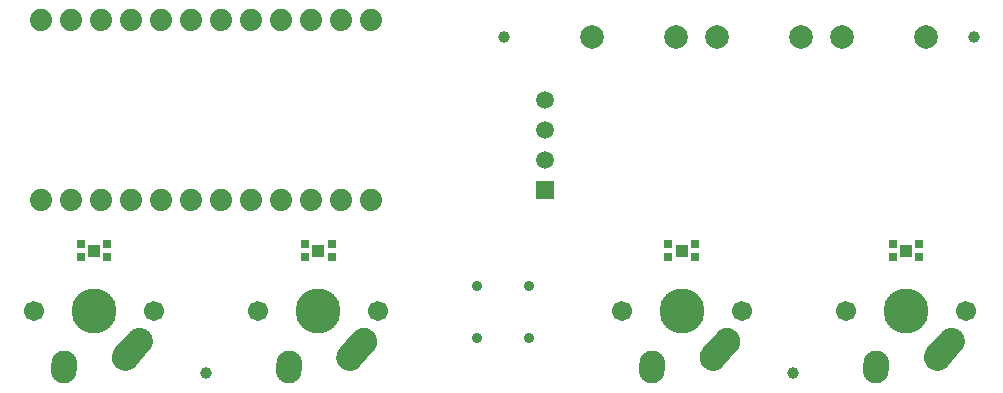
<source format=gbs>
G04 Layer_Color=16711935*
%FSLAX25Y25*%
%MOIN*%
G70*
G01*
G75*
%ADD12C,0.05905*%
%ADD13R,0.05905X0.05905*%
%ADD14C,0.07874*%
%ADD15C,0.07400*%
G04:AMPARAMS|DCode=16|XSize=108.9mil|YSize=86mil|CornerRadius=0mil|HoleSize=0mil|Usage=FLASHONLY|Rotation=86.000|XOffset=0mil|YOffset=0mil|HoleType=Round|Shape=Round|*
%AMOVALD16*
21,1,0.02290,0.08600,0.00000,0.00000,86.0*
1,1,0.08600,-0.00080,-0.01142*
1,1,0.08600,0.00080,0.01142*
%
%ADD16OVALD16*%

%ADD17C,0.08600*%
%ADD18C,0.06700*%
%ADD19C,0.15000*%
%ADD20R,0.03937X0.03937*%
%ADD21C,0.03937*%
%ADD22C,0.03543*%
%ADD24R,0.02756X0.02756*%
G36*
X262432Y175539D02*
X262655Y175524D01*
X262878Y175498D01*
X263099Y175460D01*
X263318Y175412D01*
X263535Y175353D01*
X263748Y175283D01*
X263958Y175203D01*
X264163Y175112D01*
X264363Y175011D01*
X264559Y174900D01*
X264748Y174780D01*
X264931Y174650D01*
X265107Y174512D01*
X265277Y174365D01*
X265439Y174209D01*
X265592Y174046D01*
X265738Y173875D01*
X265875Y173697D01*
X266002Y173513D01*
X266121Y173322D01*
X266230Y173126D01*
X266329Y172924D01*
X266417Y172718D01*
X266496Y172508D01*
X266563Y172294D01*
X266620Y172077D01*
X266667Y171858D01*
X266702Y171636D01*
X266726Y171413D01*
X266738Y171189D01*
X266740Y170965D01*
X266731Y170740D01*
X266710Y170517D01*
X266678Y170295D01*
X266635Y170075D01*
X266582Y169857D01*
X266517Y169642D01*
X266442Y169430D01*
X266356Y169223D01*
X266261Y169020D01*
X266155Y168822D01*
X266039Y168630D01*
X265914Y168444D01*
X265780Y168264D01*
X265637Y168091D01*
X261045Y162808D01*
X260893Y162642D01*
X260734Y162484D01*
X260567Y162335D01*
X260392Y162193D01*
X260211Y162061D01*
X260023Y161938D01*
X259830Y161824D01*
X259631Y161721D01*
X259427Y161627D01*
X259219Y161543D01*
X259007Y161470D01*
X258791Y161408D01*
X258573Y161356D01*
X258352Y161316D01*
X258130Y161286D01*
X257906Y161267D01*
X257682Y161260D01*
X257458Y161264D01*
X257234Y161279D01*
X257011Y161305D01*
X256790Y161343D01*
X256571Y161391D01*
X256354Y161450D01*
X256141Y161520D01*
X255931Y161600D01*
X255726Y161691D01*
X255526Y161792D01*
X255331Y161903D01*
X255141Y162023D01*
X254958Y162153D01*
X254782Y162291D01*
X254612Y162439D01*
X254451Y162594D01*
X254297Y162757D01*
X254151Y162928D01*
X254014Y163106D01*
X253887Y163290D01*
X253768Y163481D01*
X253660Y163677D01*
X253561Y163879D01*
X253472Y164085D01*
X253394Y164295D01*
X253326Y164509D01*
X253269Y164726D01*
X253223Y164945D01*
X253188Y165167D01*
X253164Y165390D01*
X253151Y165614D01*
X253149Y165839D01*
X253159Y166063D01*
X253179Y166286D01*
X253211Y166508D01*
X253254Y166729D01*
X253308Y166946D01*
X253372Y167161D01*
X253447Y167373D01*
X253533Y167580D01*
X253629Y167783D01*
X253735Y167981D01*
X253850Y168173D01*
X253975Y168359D01*
X254109Y168539D01*
X254252Y168712D01*
X258845Y173995D01*
X258996Y174161D01*
X259155Y174319D01*
X259323Y174469D01*
X259497Y174610D01*
X259678Y174742D01*
X259866Y174865D01*
X260059Y174979D01*
X260258Y175083D01*
X260462Y175177D01*
X260670Y175260D01*
X260882Y175333D01*
X261098Y175396D01*
X261316Y175447D01*
X261537Y175488D01*
X261759Y175517D01*
X261983Y175536D01*
X262207Y175543D01*
X262432Y175539D01*
D02*
G37*
G36*
X187628D02*
X187852Y175524D01*
X188075Y175498D01*
X188296Y175460D01*
X188515Y175412D01*
X188732Y175353D01*
X188945Y175283D01*
X189155Y175203D01*
X189360Y175112D01*
X189560Y175011D01*
X189755Y174900D01*
X189945Y174780D01*
X190128Y174650D01*
X190304Y174512D01*
X190474Y174365D01*
X190636Y174209D01*
X190789Y174046D01*
X190935Y173875D01*
X191072Y173697D01*
X191199Y173513D01*
X191318Y173322D01*
X191427Y173126D01*
X191525Y172924D01*
X191614Y172718D01*
X191692Y172508D01*
X191760Y172294D01*
X191817Y172077D01*
X191863Y171858D01*
X191899Y171636D01*
X191922Y171413D01*
X191935Y171189D01*
X191937Y170965D01*
X191928Y170740D01*
X191907Y170517D01*
X191875Y170295D01*
X191832Y170075D01*
X191779Y169857D01*
X191714Y169642D01*
X191639Y169430D01*
X191553Y169223D01*
X191457Y169020D01*
X191351Y168822D01*
X191236Y168630D01*
X191111Y168444D01*
X190977Y168264D01*
X190834Y168091D01*
X186241Y162808D01*
X186090Y162642D01*
X185931Y162484D01*
X185764Y162335D01*
X185589Y162193D01*
X185408Y162061D01*
X185220Y161938D01*
X185027Y161824D01*
X184828Y161721D01*
X184624Y161627D01*
X184416Y161543D01*
X184204Y161470D01*
X183988Y161408D01*
X183770Y161356D01*
X183549Y161316D01*
X183327Y161286D01*
X183103Y161267D01*
X182879Y161260D01*
X182655Y161264D01*
X182431Y161279D01*
X182208Y161305D01*
X181987Y161343D01*
X181768Y161391D01*
X181551Y161450D01*
X181338Y161520D01*
X181128Y161600D01*
X180923Y161691D01*
X180723Y161792D01*
X180528Y161903D01*
X180338Y162023D01*
X180155Y162153D01*
X179979Y162291D01*
X179809Y162439D01*
X179648Y162594D01*
X179494Y162757D01*
X179348Y162928D01*
X179211Y163106D01*
X179084Y163290D01*
X178965Y163481D01*
X178856Y163677D01*
X178758Y163879D01*
X178669Y164085D01*
X178591Y164295D01*
X178523Y164509D01*
X178466Y164726D01*
X178420Y164945D01*
X178384Y165167D01*
X178360Y165390D01*
X178348Y165614D01*
X178346Y165839D01*
X178356Y166063D01*
X178376Y166286D01*
X178408Y166508D01*
X178451Y166729D01*
X178505Y166946D01*
X178569Y167161D01*
X178644Y167373D01*
X178730Y167580D01*
X178826Y167783D01*
X178931Y167981D01*
X179047Y168173D01*
X179172Y168359D01*
X179306Y168539D01*
X179449Y168712D01*
X184042Y173995D01*
X184193Y174161D01*
X184352Y174319D01*
X184519Y174469D01*
X184694Y174610D01*
X184875Y174742D01*
X185063Y174865D01*
X185256Y174979D01*
X185455Y175083D01*
X185659Y175177D01*
X185867Y175260D01*
X186079Y175333D01*
X186295Y175396D01*
X186513Y175447D01*
X186734Y175488D01*
X186956Y175517D01*
X187180Y175536D01*
X187404Y175543D01*
X187628Y175539D01*
D02*
G37*
G36*
X458298D02*
X458522Y175524D01*
X458744Y175498D01*
X458966Y175460D01*
X459185Y175412D01*
X459401Y175353D01*
X459614Y175283D01*
X459824Y175203D01*
X460029Y175112D01*
X460229Y175011D01*
X460425Y174900D01*
X460614Y174780D01*
X460797Y174650D01*
X460974Y174512D01*
X461143Y174365D01*
X461305Y174209D01*
X461459Y174046D01*
X461604Y173875D01*
X461741Y173697D01*
X461869Y173513D01*
X461987Y173322D01*
X462096Y173126D01*
X462195Y172924D01*
X462284Y172718D01*
X462362Y172508D01*
X462430Y172294D01*
X462487Y172077D01*
X462533Y171858D01*
X462568Y171636D01*
X462592Y171413D01*
X462605Y171189D01*
X462606Y170965D01*
X462597Y170740D01*
X462576Y170517D01*
X462544Y170295D01*
X462501Y170075D01*
X462448Y169857D01*
X462383Y169642D01*
X462308Y169430D01*
X462222Y169223D01*
X462127Y169020D01*
X462021Y168822D01*
X461905Y168630D01*
X461780Y168444D01*
X461646Y168264D01*
X461503Y168091D01*
X456911Y162808D01*
X456759Y162642D01*
X456600Y162484D01*
X456433Y162335D01*
X456258Y162193D01*
X456077Y162061D01*
X455890Y161938D01*
X455696Y161824D01*
X455497Y161721D01*
X455294Y161627D01*
X455085Y161543D01*
X454873Y161470D01*
X454658Y161408D01*
X454439Y161356D01*
X454219Y161316D01*
X453996Y161286D01*
X453772Y161267D01*
X453548Y161260D01*
X453324Y161264D01*
X453100Y161279D01*
X452877Y161305D01*
X452656Y161343D01*
X452437Y161391D01*
X452220Y161450D01*
X452007Y161520D01*
X451798Y161600D01*
X451592Y161691D01*
X451392Y161792D01*
X451197Y161903D01*
X451008Y162023D01*
X450824Y162153D01*
X450648Y162291D01*
X450479Y162439D01*
X450317Y162594D01*
X450163Y162757D01*
X450017Y162928D01*
X449881Y163106D01*
X449753Y163290D01*
X449634Y163481D01*
X449526Y163677D01*
X449427Y163879D01*
X449338Y164085D01*
X449260Y164295D01*
X449192Y164509D01*
X449135Y164726D01*
X449089Y164945D01*
X449054Y165167D01*
X449030Y165390D01*
X449017Y165614D01*
X449015Y165839D01*
X449025Y166063D01*
X449046Y166286D01*
X449077Y166508D01*
X449120Y166729D01*
X449174Y166946D01*
X449238Y167161D01*
X449313Y167373D01*
X449399Y167580D01*
X449495Y167783D01*
X449601Y167981D01*
X449716Y168173D01*
X449841Y168359D01*
X449975Y168539D01*
X450118Y168712D01*
X454711Y173995D01*
X454862Y174161D01*
X455022Y174319D01*
X455189Y174469D01*
X455363Y174610D01*
X455544Y174742D01*
X455732Y174865D01*
X455925Y174979D01*
X456124Y175083D01*
X456328Y175177D01*
X456536Y175260D01*
X456748Y175333D01*
X456964Y175396D01*
X457182Y175447D01*
X457403Y175488D01*
X457625Y175517D01*
X457849Y175536D01*
X458073Y175543D01*
X458298Y175539D01*
D02*
G37*
G36*
X383494D02*
X383718Y175524D01*
X383941Y175498D01*
X384162Y175460D01*
X384382Y175412D01*
X384598Y175353D01*
X384811Y175283D01*
X385021Y175203D01*
X385226Y175112D01*
X385426Y175011D01*
X385622Y174900D01*
X385811Y174780D01*
X385994Y174650D01*
X386171Y174512D01*
X386340Y174365D01*
X386502Y174209D01*
X386655Y174046D01*
X386801Y173875D01*
X386938Y173697D01*
X387066Y173513D01*
X387184Y173322D01*
X387293Y173126D01*
X387392Y172924D01*
X387480Y172718D01*
X387559Y172508D01*
X387626Y172294D01*
X387683Y172077D01*
X387730Y171858D01*
X387765Y171636D01*
X387789Y171413D01*
X387801Y171189D01*
X387803Y170965D01*
X387794Y170740D01*
X387773Y170517D01*
X387741Y170295D01*
X387698Y170075D01*
X387645Y169857D01*
X387580Y169642D01*
X387505Y169430D01*
X387419Y169223D01*
X387323Y169020D01*
X387218Y168822D01*
X387102Y168630D01*
X386977Y168444D01*
X386843Y168264D01*
X386700Y168091D01*
X382108Y162808D01*
X381956Y162642D01*
X381797Y162484D01*
X381630Y162335D01*
X381455Y162193D01*
X381274Y162061D01*
X381086Y161938D01*
X380893Y161824D01*
X380694Y161721D01*
X380490Y161627D01*
X380282Y161543D01*
X380070Y161470D01*
X379854Y161408D01*
X379636Y161356D01*
X379415Y161316D01*
X379193Y161286D01*
X378969Y161267D01*
X378745Y161260D01*
X378521Y161264D01*
X378297Y161279D01*
X378074Y161305D01*
X377853Y161343D01*
X377634Y161391D01*
X377417Y161450D01*
X377204Y161520D01*
X376994Y161600D01*
X376789Y161691D01*
X376589Y161792D01*
X376394Y161903D01*
X376204Y162023D01*
X376021Y162153D01*
X375845Y162291D01*
X375675Y162439D01*
X375514Y162594D01*
X375360Y162757D01*
X375214Y162928D01*
X375077Y163106D01*
X374950Y163290D01*
X374831Y163481D01*
X374723Y163677D01*
X374624Y163879D01*
X374535Y164085D01*
X374457Y164295D01*
X374389Y164509D01*
X374332Y164726D01*
X374286Y164945D01*
X374251Y165167D01*
X374227Y165390D01*
X374214Y165614D01*
X374212Y165839D01*
X374222Y166063D01*
X374242Y166286D01*
X374274Y166508D01*
X374317Y166729D01*
X374371Y166946D01*
X374435Y167161D01*
X374510Y167373D01*
X374596Y167580D01*
X374692Y167783D01*
X374798Y167981D01*
X374913Y168173D01*
X375038Y168359D01*
X375172Y168539D01*
X375315Y168712D01*
X379908Y173995D01*
X380059Y174161D01*
X380218Y174319D01*
X380385Y174469D01*
X380560Y174610D01*
X380741Y174742D01*
X380929Y174865D01*
X381122Y174979D01*
X381321Y175083D01*
X381525Y175177D01*
X381733Y175260D01*
X381945Y175333D01*
X382161Y175396D01*
X382379Y175447D01*
X382600Y175488D01*
X382822Y175517D01*
X383046Y175536D01*
X383270Y175543D01*
X383494Y175539D01*
D02*
G37*
D12*
X322835Y251457D02*
D03*
Y231457D02*
D03*
Y241457D02*
D03*
D13*
Y221457D02*
D03*
D14*
X421851Y272638D02*
D03*
X449851D02*
D03*
X380106Y272638D02*
D03*
X408107D02*
D03*
X338362D02*
D03*
X366362D02*
D03*
D15*
X154724Y218032D02*
D03*
X164724D02*
D03*
X174724D02*
D03*
X184724D02*
D03*
X194724D02*
D03*
X204724D02*
D03*
X214724D02*
D03*
X224724D02*
D03*
X234724D02*
D03*
X244724D02*
D03*
X254724D02*
D03*
X264724D02*
D03*
Y278031D02*
D03*
X254724D02*
D03*
X244724D02*
D03*
X234724D02*
D03*
X224724D02*
D03*
X214724D02*
D03*
X204724D02*
D03*
X194724D02*
D03*
X184724D02*
D03*
X174724D02*
D03*
X164724D02*
D03*
X154724D02*
D03*
D16*
X433071Y162402D02*
D03*
X358268D02*
D03*
X237205D02*
D03*
X162402D02*
D03*
D17*
X458211Y171102D02*
D03*
X453575Y165740D02*
D03*
X383407Y171102D02*
D03*
X378772Y165740D02*
D03*
X262345Y171102D02*
D03*
X257709Y165740D02*
D03*
X187541Y171102D02*
D03*
X182906Y165740D02*
D03*
D18*
X423011Y181202D02*
D03*
X463011D02*
D03*
X348207D02*
D03*
X388208D02*
D03*
X227145D02*
D03*
X267144D02*
D03*
X152341D02*
D03*
X192341D02*
D03*
D19*
X443011D02*
D03*
X368208D02*
D03*
X247145D02*
D03*
X172341D02*
D03*
D20*
X443011Y201202D02*
D03*
X368208D02*
D03*
X247145D02*
D03*
X172341D02*
D03*
D21*
X309055Y272638D02*
D03*
X465551D02*
D03*
X209646Y160433D02*
D03*
X405512D02*
D03*
D22*
X299899Y189567D02*
D03*
X317221D02*
D03*
X299899Y172244D02*
D03*
X317221D02*
D03*
D24*
X438621Y199036D02*
D03*
Y203367D02*
D03*
X447400D02*
D03*
Y199036D02*
D03*
X363818D02*
D03*
Y203367D02*
D03*
X372597D02*
D03*
Y199036D02*
D03*
X242755D02*
D03*
Y203367D02*
D03*
X251534D02*
D03*
Y199036D02*
D03*
X167952D02*
D03*
Y203367D02*
D03*
X176731D02*
D03*
Y199036D02*
D03*
M02*

</source>
